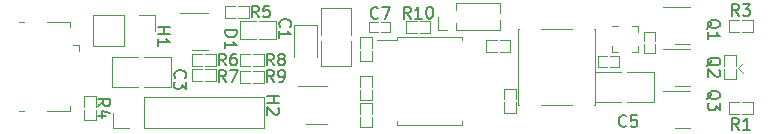
<source format=gbr>
%TF.GenerationSoftware,KiCad,Pcbnew,7.0.9*%
%TF.CreationDate,2023-12-22T19:30:16+01:00*%
%TF.ProjectId,Prj_4_Feranec_Controller,50726a5f-345f-4466-9572-616e65635f43,rev?*%
%TF.SameCoordinates,Original*%
%TF.FileFunction,Legend,Top*%
%TF.FilePolarity,Positive*%
%FSLAX46Y46*%
G04 Gerber Fmt 4.6, Leading zero omitted, Abs format (unit mm)*
G04 Created by KiCad (PCBNEW 7.0.9) date 2023-12-22 19:30:16*
%MOMM*%
%LPD*%
G01*
G04 APERTURE LIST*
%ADD10C,0.150000*%
%ADD11C,0.120000*%
%ADD12C,0.100000*%
G04 APERTURE END LIST*
D10*
X154900333Y-58366819D02*
X154567000Y-57890628D01*
X154328905Y-58366819D02*
X154328905Y-57366819D01*
X154328905Y-57366819D02*
X154709857Y-57366819D01*
X154709857Y-57366819D02*
X154805095Y-57414438D01*
X154805095Y-57414438D02*
X154852714Y-57462057D01*
X154852714Y-57462057D02*
X154900333Y-57557295D01*
X154900333Y-57557295D02*
X154900333Y-57700152D01*
X154900333Y-57700152D02*
X154852714Y-57795390D01*
X154852714Y-57795390D02*
X154805095Y-57843009D01*
X154805095Y-57843009D02*
X154709857Y-57890628D01*
X154709857Y-57890628D02*
X154328905Y-57890628D01*
X155805095Y-57366819D02*
X155328905Y-57366819D01*
X155328905Y-57366819D02*
X155281286Y-57843009D01*
X155281286Y-57843009D02*
X155328905Y-57795390D01*
X155328905Y-57795390D02*
X155424143Y-57747771D01*
X155424143Y-57747771D02*
X155662238Y-57747771D01*
X155662238Y-57747771D02*
X155757476Y-57795390D01*
X155757476Y-57795390D02*
X155805095Y-57843009D01*
X155805095Y-57843009D02*
X155852714Y-57938247D01*
X155852714Y-57938247D02*
X155852714Y-58176342D01*
X155852714Y-58176342D02*
X155805095Y-58271580D01*
X155805095Y-58271580D02*
X155757476Y-58319200D01*
X155757476Y-58319200D02*
X155662238Y-58366819D01*
X155662238Y-58366819D02*
X155424143Y-58366819D01*
X155424143Y-58366819D02*
X155328905Y-58319200D01*
X155328905Y-58319200D02*
X155281286Y-58271580D01*
X152106333Y-62430819D02*
X151773000Y-61954628D01*
X151534905Y-62430819D02*
X151534905Y-61430819D01*
X151534905Y-61430819D02*
X151915857Y-61430819D01*
X151915857Y-61430819D02*
X152011095Y-61478438D01*
X152011095Y-61478438D02*
X152058714Y-61526057D01*
X152058714Y-61526057D02*
X152106333Y-61621295D01*
X152106333Y-61621295D02*
X152106333Y-61764152D01*
X152106333Y-61764152D02*
X152058714Y-61859390D01*
X152058714Y-61859390D02*
X152011095Y-61907009D01*
X152011095Y-61907009D02*
X151915857Y-61954628D01*
X151915857Y-61954628D02*
X151534905Y-61954628D01*
X152963476Y-61430819D02*
X152773000Y-61430819D01*
X152773000Y-61430819D02*
X152677762Y-61478438D01*
X152677762Y-61478438D02*
X152630143Y-61526057D01*
X152630143Y-61526057D02*
X152534905Y-61668914D01*
X152534905Y-61668914D02*
X152487286Y-61859390D01*
X152487286Y-61859390D02*
X152487286Y-62240342D01*
X152487286Y-62240342D02*
X152534905Y-62335580D01*
X152534905Y-62335580D02*
X152582524Y-62383200D01*
X152582524Y-62383200D02*
X152677762Y-62430819D01*
X152677762Y-62430819D02*
X152868238Y-62430819D01*
X152868238Y-62430819D02*
X152963476Y-62383200D01*
X152963476Y-62383200D02*
X153011095Y-62335580D01*
X153011095Y-62335580D02*
X153058714Y-62240342D01*
X153058714Y-62240342D02*
X153058714Y-62002247D01*
X153058714Y-62002247D02*
X153011095Y-61907009D01*
X153011095Y-61907009D02*
X152963476Y-61859390D01*
X152963476Y-61859390D02*
X152868238Y-61811771D01*
X152868238Y-61811771D02*
X152677762Y-61811771D01*
X152677762Y-61811771D02*
X152582524Y-61859390D01*
X152582524Y-61859390D02*
X152534905Y-61907009D01*
X152534905Y-61907009D02*
X152487286Y-62002247D01*
X156739419Y-59142333D02*
X156691800Y-59094714D01*
X156691800Y-59094714D02*
X156644180Y-58951857D01*
X156644180Y-58951857D02*
X156644180Y-58856619D01*
X156644180Y-58856619D02*
X156691800Y-58713762D01*
X156691800Y-58713762D02*
X156787038Y-58618524D01*
X156787038Y-58618524D02*
X156882276Y-58570905D01*
X156882276Y-58570905D02*
X157072752Y-58523286D01*
X157072752Y-58523286D02*
X157215609Y-58523286D01*
X157215609Y-58523286D02*
X157406085Y-58570905D01*
X157406085Y-58570905D02*
X157501323Y-58618524D01*
X157501323Y-58618524D02*
X157596561Y-58713762D01*
X157596561Y-58713762D02*
X157644180Y-58856619D01*
X157644180Y-58856619D02*
X157644180Y-58951857D01*
X157644180Y-58951857D02*
X157596561Y-59094714D01*
X157596561Y-59094714D02*
X157548942Y-59142333D01*
X156644180Y-60094714D02*
X156644180Y-59523286D01*
X156644180Y-59809000D02*
X157644180Y-59809000D01*
X157644180Y-59809000D02*
X157501323Y-59713762D01*
X157501323Y-59713762D02*
X157406085Y-59618524D01*
X157406085Y-59618524D02*
X157358466Y-59523286D01*
X195540333Y-58239819D02*
X195207000Y-57763628D01*
X194968905Y-58239819D02*
X194968905Y-57239819D01*
X194968905Y-57239819D02*
X195349857Y-57239819D01*
X195349857Y-57239819D02*
X195445095Y-57287438D01*
X195445095Y-57287438D02*
X195492714Y-57335057D01*
X195492714Y-57335057D02*
X195540333Y-57430295D01*
X195540333Y-57430295D02*
X195540333Y-57573152D01*
X195540333Y-57573152D02*
X195492714Y-57668390D01*
X195492714Y-57668390D02*
X195445095Y-57716009D01*
X195445095Y-57716009D02*
X195349857Y-57763628D01*
X195349857Y-57763628D02*
X194968905Y-57763628D01*
X195873667Y-57239819D02*
X196492714Y-57239819D01*
X196492714Y-57239819D02*
X196159381Y-57620771D01*
X196159381Y-57620771D02*
X196302238Y-57620771D01*
X196302238Y-57620771D02*
X196397476Y-57668390D01*
X196397476Y-57668390D02*
X196445095Y-57716009D01*
X196445095Y-57716009D02*
X196492714Y-57811247D01*
X196492714Y-57811247D02*
X196492714Y-58049342D01*
X196492714Y-58049342D02*
X196445095Y-58144580D01*
X196445095Y-58144580D02*
X196397476Y-58192200D01*
X196397476Y-58192200D02*
X196302238Y-58239819D01*
X196302238Y-58239819D02*
X196016524Y-58239819D01*
X196016524Y-58239819D02*
X195921286Y-58192200D01*
X195921286Y-58192200D02*
X195873667Y-58144580D01*
X152106333Y-63827819D02*
X151773000Y-63351628D01*
X151534905Y-63827819D02*
X151534905Y-62827819D01*
X151534905Y-62827819D02*
X151915857Y-62827819D01*
X151915857Y-62827819D02*
X152011095Y-62875438D01*
X152011095Y-62875438D02*
X152058714Y-62923057D01*
X152058714Y-62923057D02*
X152106333Y-63018295D01*
X152106333Y-63018295D02*
X152106333Y-63161152D01*
X152106333Y-63161152D02*
X152058714Y-63256390D01*
X152058714Y-63256390D02*
X152011095Y-63304009D01*
X152011095Y-63304009D02*
X151915857Y-63351628D01*
X151915857Y-63351628D02*
X151534905Y-63351628D01*
X152439667Y-62827819D02*
X153106333Y-62827819D01*
X153106333Y-62827819D02*
X152677762Y-63827819D01*
X192870942Y-59310761D02*
X192918561Y-59215523D01*
X192918561Y-59215523D02*
X193013800Y-59120285D01*
X193013800Y-59120285D02*
X193156657Y-58977428D01*
X193156657Y-58977428D02*
X193204276Y-58882190D01*
X193204276Y-58882190D02*
X193204276Y-58786952D01*
X192966180Y-58834571D02*
X193013800Y-58739333D01*
X193013800Y-58739333D02*
X193109038Y-58644095D01*
X193109038Y-58644095D02*
X193299514Y-58596476D01*
X193299514Y-58596476D02*
X193632847Y-58596476D01*
X193632847Y-58596476D02*
X193823323Y-58644095D01*
X193823323Y-58644095D02*
X193918561Y-58739333D01*
X193918561Y-58739333D02*
X193966180Y-58834571D01*
X193966180Y-58834571D02*
X193966180Y-59025047D01*
X193966180Y-59025047D02*
X193918561Y-59120285D01*
X193918561Y-59120285D02*
X193823323Y-59215523D01*
X193823323Y-59215523D02*
X193632847Y-59263142D01*
X193632847Y-59263142D02*
X193299514Y-59263142D01*
X193299514Y-59263142D02*
X193109038Y-59215523D01*
X193109038Y-59215523D02*
X193013800Y-59120285D01*
X193013800Y-59120285D02*
X192966180Y-59025047D01*
X192966180Y-59025047D02*
X192966180Y-58834571D01*
X192966180Y-60215523D02*
X192966180Y-59644095D01*
X192966180Y-59929809D02*
X193966180Y-59929809D01*
X193966180Y-59929809D02*
X193823323Y-59834571D01*
X193823323Y-59834571D02*
X193728085Y-59739333D01*
X193728085Y-59739333D02*
X193680466Y-59644095D01*
X164982333Y-58394580D02*
X164934714Y-58442200D01*
X164934714Y-58442200D02*
X164791857Y-58489819D01*
X164791857Y-58489819D02*
X164696619Y-58489819D01*
X164696619Y-58489819D02*
X164553762Y-58442200D01*
X164553762Y-58442200D02*
X164458524Y-58346961D01*
X164458524Y-58346961D02*
X164410905Y-58251723D01*
X164410905Y-58251723D02*
X164363286Y-58061247D01*
X164363286Y-58061247D02*
X164363286Y-57918390D01*
X164363286Y-57918390D02*
X164410905Y-57727914D01*
X164410905Y-57727914D02*
X164458524Y-57632676D01*
X164458524Y-57632676D02*
X164553762Y-57537438D01*
X164553762Y-57537438D02*
X164696619Y-57489819D01*
X164696619Y-57489819D02*
X164791857Y-57489819D01*
X164791857Y-57489819D02*
X164934714Y-57537438D01*
X164934714Y-57537438D02*
X164982333Y-57585057D01*
X165315667Y-57489819D02*
X165982333Y-57489819D01*
X165982333Y-57489819D02*
X165553762Y-58489819D01*
X156170333Y-62430819D02*
X155837000Y-61954628D01*
X155598905Y-62430819D02*
X155598905Y-61430819D01*
X155598905Y-61430819D02*
X155979857Y-61430819D01*
X155979857Y-61430819D02*
X156075095Y-61478438D01*
X156075095Y-61478438D02*
X156122714Y-61526057D01*
X156122714Y-61526057D02*
X156170333Y-61621295D01*
X156170333Y-61621295D02*
X156170333Y-61764152D01*
X156170333Y-61764152D02*
X156122714Y-61859390D01*
X156122714Y-61859390D02*
X156075095Y-61907009D01*
X156075095Y-61907009D02*
X155979857Y-61954628D01*
X155979857Y-61954628D02*
X155598905Y-61954628D01*
X156741762Y-61859390D02*
X156646524Y-61811771D01*
X156646524Y-61811771D02*
X156598905Y-61764152D01*
X156598905Y-61764152D02*
X156551286Y-61668914D01*
X156551286Y-61668914D02*
X156551286Y-61621295D01*
X156551286Y-61621295D02*
X156598905Y-61526057D01*
X156598905Y-61526057D02*
X156646524Y-61478438D01*
X156646524Y-61478438D02*
X156741762Y-61430819D01*
X156741762Y-61430819D02*
X156932238Y-61430819D01*
X156932238Y-61430819D02*
X157027476Y-61478438D01*
X157027476Y-61478438D02*
X157075095Y-61526057D01*
X157075095Y-61526057D02*
X157122714Y-61621295D01*
X157122714Y-61621295D02*
X157122714Y-61668914D01*
X157122714Y-61668914D02*
X157075095Y-61764152D01*
X157075095Y-61764152D02*
X157027476Y-61811771D01*
X157027476Y-61811771D02*
X156932238Y-61859390D01*
X156932238Y-61859390D02*
X156741762Y-61859390D01*
X156741762Y-61859390D02*
X156646524Y-61907009D01*
X156646524Y-61907009D02*
X156598905Y-61954628D01*
X156598905Y-61954628D02*
X156551286Y-62049866D01*
X156551286Y-62049866D02*
X156551286Y-62240342D01*
X156551286Y-62240342D02*
X156598905Y-62335580D01*
X156598905Y-62335580D02*
X156646524Y-62383200D01*
X156646524Y-62383200D02*
X156741762Y-62430819D01*
X156741762Y-62430819D02*
X156932238Y-62430819D01*
X156932238Y-62430819D02*
X157027476Y-62383200D01*
X157027476Y-62383200D02*
X157075095Y-62335580D01*
X157075095Y-62335580D02*
X157122714Y-62240342D01*
X157122714Y-62240342D02*
X157122714Y-62049866D01*
X157122714Y-62049866D02*
X157075095Y-61954628D01*
X157075095Y-61954628D02*
X157027476Y-61907009D01*
X157027476Y-61907009D02*
X156932238Y-61859390D01*
X147849419Y-63460333D02*
X147801800Y-63412714D01*
X147801800Y-63412714D02*
X147754180Y-63269857D01*
X147754180Y-63269857D02*
X147754180Y-63174619D01*
X147754180Y-63174619D02*
X147801800Y-63031762D01*
X147801800Y-63031762D02*
X147897038Y-62936524D01*
X147897038Y-62936524D02*
X147992276Y-62888905D01*
X147992276Y-62888905D02*
X148182752Y-62841286D01*
X148182752Y-62841286D02*
X148325609Y-62841286D01*
X148325609Y-62841286D02*
X148516085Y-62888905D01*
X148516085Y-62888905D02*
X148611323Y-62936524D01*
X148611323Y-62936524D02*
X148706561Y-63031762D01*
X148706561Y-63031762D02*
X148754180Y-63174619D01*
X148754180Y-63174619D02*
X148754180Y-63269857D01*
X148754180Y-63269857D02*
X148706561Y-63412714D01*
X148706561Y-63412714D02*
X148658942Y-63460333D01*
X148754180Y-63793667D02*
X148754180Y-64412714D01*
X148754180Y-64412714D02*
X148373228Y-64079381D01*
X148373228Y-64079381D02*
X148373228Y-64222238D01*
X148373228Y-64222238D02*
X148325609Y-64317476D01*
X148325609Y-64317476D02*
X148277990Y-64365095D01*
X148277990Y-64365095D02*
X148182752Y-64412714D01*
X148182752Y-64412714D02*
X147944657Y-64412714D01*
X147944657Y-64412714D02*
X147849419Y-64365095D01*
X147849419Y-64365095D02*
X147801800Y-64317476D01*
X147801800Y-64317476D02*
X147754180Y-64222238D01*
X147754180Y-64222238D02*
X147754180Y-63936524D01*
X147754180Y-63936524D02*
X147801800Y-63841286D01*
X147801800Y-63841286D02*
X147849419Y-63793667D01*
X156170333Y-63827819D02*
X155837000Y-63351628D01*
X155598905Y-63827819D02*
X155598905Y-62827819D01*
X155598905Y-62827819D02*
X155979857Y-62827819D01*
X155979857Y-62827819D02*
X156075095Y-62875438D01*
X156075095Y-62875438D02*
X156122714Y-62923057D01*
X156122714Y-62923057D02*
X156170333Y-63018295D01*
X156170333Y-63018295D02*
X156170333Y-63161152D01*
X156170333Y-63161152D02*
X156122714Y-63256390D01*
X156122714Y-63256390D02*
X156075095Y-63304009D01*
X156075095Y-63304009D02*
X155979857Y-63351628D01*
X155979857Y-63351628D02*
X155598905Y-63351628D01*
X156646524Y-63827819D02*
X156837000Y-63827819D01*
X156837000Y-63827819D02*
X156932238Y-63780200D01*
X156932238Y-63780200D02*
X156979857Y-63732580D01*
X156979857Y-63732580D02*
X157075095Y-63589723D01*
X157075095Y-63589723D02*
X157122714Y-63399247D01*
X157122714Y-63399247D02*
X157122714Y-63018295D01*
X157122714Y-63018295D02*
X157075095Y-62923057D01*
X157075095Y-62923057D02*
X157027476Y-62875438D01*
X157027476Y-62875438D02*
X156932238Y-62827819D01*
X156932238Y-62827819D02*
X156741762Y-62827819D01*
X156741762Y-62827819D02*
X156646524Y-62875438D01*
X156646524Y-62875438D02*
X156598905Y-62923057D01*
X156598905Y-62923057D02*
X156551286Y-63018295D01*
X156551286Y-63018295D02*
X156551286Y-63256390D01*
X156551286Y-63256390D02*
X156598905Y-63351628D01*
X156598905Y-63351628D02*
X156646524Y-63399247D01*
X156646524Y-63399247D02*
X156741762Y-63446866D01*
X156741762Y-63446866D02*
X156932238Y-63446866D01*
X156932238Y-63446866D02*
X157027476Y-63399247D01*
X157027476Y-63399247D02*
X157075095Y-63351628D01*
X157075095Y-63351628D02*
X157122714Y-63256390D01*
X167759142Y-58463819D02*
X167425809Y-57987628D01*
X167187714Y-58463819D02*
X167187714Y-57463819D01*
X167187714Y-57463819D02*
X167568666Y-57463819D01*
X167568666Y-57463819D02*
X167663904Y-57511438D01*
X167663904Y-57511438D02*
X167711523Y-57559057D01*
X167711523Y-57559057D02*
X167759142Y-57654295D01*
X167759142Y-57654295D02*
X167759142Y-57797152D01*
X167759142Y-57797152D02*
X167711523Y-57892390D01*
X167711523Y-57892390D02*
X167663904Y-57940009D01*
X167663904Y-57940009D02*
X167568666Y-57987628D01*
X167568666Y-57987628D02*
X167187714Y-57987628D01*
X168711523Y-58463819D02*
X168140095Y-58463819D01*
X168425809Y-58463819D02*
X168425809Y-57463819D01*
X168425809Y-57463819D02*
X168330571Y-57606676D01*
X168330571Y-57606676D02*
X168235333Y-57701914D01*
X168235333Y-57701914D02*
X168140095Y-57749533D01*
X169330571Y-57463819D02*
X169425809Y-57463819D01*
X169425809Y-57463819D02*
X169521047Y-57511438D01*
X169521047Y-57511438D02*
X169568666Y-57559057D01*
X169568666Y-57559057D02*
X169616285Y-57654295D01*
X169616285Y-57654295D02*
X169663904Y-57844771D01*
X169663904Y-57844771D02*
X169663904Y-58082866D01*
X169663904Y-58082866D02*
X169616285Y-58273342D01*
X169616285Y-58273342D02*
X169568666Y-58368580D01*
X169568666Y-58368580D02*
X169521047Y-58416200D01*
X169521047Y-58416200D02*
X169425809Y-58463819D01*
X169425809Y-58463819D02*
X169330571Y-58463819D01*
X169330571Y-58463819D02*
X169235333Y-58416200D01*
X169235333Y-58416200D02*
X169187714Y-58368580D01*
X169187714Y-58368580D02*
X169140095Y-58273342D01*
X169140095Y-58273342D02*
X169092476Y-58082866D01*
X169092476Y-58082866D02*
X169092476Y-57844771D01*
X169092476Y-57844771D02*
X169140095Y-57654295D01*
X169140095Y-57654295D02*
X169187714Y-57559057D01*
X169187714Y-57559057D02*
X169235333Y-57511438D01*
X169235333Y-57511438D02*
X169330571Y-57463819D01*
X155628180Y-65024095D02*
X156628180Y-65024095D01*
X156151990Y-65024095D02*
X156151990Y-65595523D01*
X155628180Y-65595523D02*
X156628180Y-65595523D01*
X156532942Y-66024095D02*
X156580561Y-66071714D01*
X156580561Y-66071714D02*
X156628180Y-66166952D01*
X156628180Y-66166952D02*
X156628180Y-66405047D01*
X156628180Y-66405047D02*
X156580561Y-66500285D01*
X156580561Y-66500285D02*
X156532942Y-66547904D01*
X156532942Y-66547904D02*
X156437704Y-66595523D01*
X156437704Y-66595523D02*
X156342466Y-66595523D01*
X156342466Y-66595523D02*
X156199609Y-66547904D01*
X156199609Y-66547904D02*
X155628180Y-65976476D01*
X155628180Y-65976476D02*
X155628180Y-66595523D01*
X192870942Y-65309761D02*
X192918561Y-65214523D01*
X192918561Y-65214523D02*
X193013800Y-65119285D01*
X193013800Y-65119285D02*
X193156657Y-64976428D01*
X193156657Y-64976428D02*
X193204276Y-64881190D01*
X193204276Y-64881190D02*
X193204276Y-64785952D01*
X192966180Y-64833571D02*
X193013800Y-64738333D01*
X193013800Y-64738333D02*
X193109038Y-64643095D01*
X193109038Y-64643095D02*
X193299514Y-64595476D01*
X193299514Y-64595476D02*
X193632847Y-64595476D01*
X193632847Y-64595476D02*
X193823323Y-64643095D01*
X193823323Y-64643095D02*
X193918561Y-64738333D01*
X193918561Y-64738333D02*
X193966180Y-64833571D01*
X193966180Y-64833571D02*
X193966180Y-65024047D01*
X193966180Y-65024047D02*
X193918561Y-65119285D01*
X193918561Y-65119285D02*
X193823323Y-65214523D01*
X193823323Y-65214523D02*
X193632847Y-65262142D01*
X193632847Y-65262142D02*
X193299514Y-65262142D01*
X193299514Y-65262142D02*
X193109038Y-65214523D01*
X193109038Y-65214523D02*
X193013800Y-65119285D01*
X193013800Y-65119285D02*
X192966180Y-65024047D01*
X192966180Y-65024047D02*
X192966180Y-64833571D01*
X193966180Y-65595476D02*
X193966180Y-66214523D01*
X193966180Y-66214523D02*
X193585228Y-65881190D01*
X193585228Y-65881190D02*
X193585228Y-66024047D01*
X193585228Y-66024047D02*
X193537609Y-66119285D01*
X193537609Y-66119285D02*
X193489990Y-66166904D01*
X193489990Y-66166904D02*
X193394752Y-66214523D01*
X193394752Y-66214523D02*
X193156657Y-66214523D01*
X193156657Y-66214523D02*
X193061419Y-66166904D01*
X193061419Y-66166904D02*
X193013800Y-66119285D01*
X193013800Y-66119285D02*
X192966180Y-66024047D01*
X192966180Y-66024047D02*
X192966180Y-65738333D01*
X192966180Y-65738333D02*
X193013800Y-65643095D01*
X193013800Y-65643095D02*
X193061419Y-65595476D01*
X195540333Y-67891819D02*
X195207000Y-67415628D01*
X194968905Y-67891819D02*
X194968905Y-66891819D01*
X194968905Y-66891819D02*
X195349857Y-66891819D01*
X195349857Y-66891819D02*
X195445095Y-66939438D01*
X195445095Y-66939438D02*
X195492714Y-66987057D01*
X195492714Y-66987057D02*
X195540333Y-67082295D01*
X195540333Y-67082295D02*
X195540333Y-67225152D01*
X195540333Y-67225152D02*
X195492714Y-67320390D01*
X195492714Y-67320390D02*
X195445095Y-67368009D01*
X195445095Y-67368009D02*
X195349857Y-67415628D01*
X195349857Y-67415628D02*
X194968905Y-67415628D01*
X196492714Y-67891819D02*
X195921286Y-67891819D01*
X196207000Y-67891819D02*
X196207000Y-66891819D01*
X196207000Y-66891819D02*
X196111762Y-67034676D01*
X196111762Y-67034676D02*
X196016524Y-67129914D01*
X196016524Y-67129914D02*
X195921286Y-67177533D01*
X141277180Y-65873333D02*
X141753371Y-65540000D01*
X141277180Y-65301905D02*
X142277180Y-65301905D01*
X142277180Y-65301905D02*
X142277180Y-65682857D01*
X142277180Y-65682857D02*
X142229561Y-65778095D01*
X142229561Y-65778095D02*
X142181942Y-65825714D01*
X142181942Y-65825714D02*
X142086704Y-65873333D01*
X142086704Y-65873333D02*
X141943847Y-65873333D01*
X141943847Y-65873333D02*
X141848609Y-65825714D01*
X141848609Y-65825714D02*
X141800990Y-65778095D01*
X141800990Y-65778095D02*
X141753371Y-65682857D01*
X141753371Y-65682857D02*
X141753371Y-65301905D01*
X141943847Y-66730476D02*
X141277180Y-66730476D01*
X142324800Y-66492381D02*
X141610514Y-66254286D01*
X141610514Y-66254286D02*
X141610514Y-66873333D01*
X152045180Y-59459905D02*
X153045180Y-59459905D01*
X153045180Y-59459905D02*
X153045180Y-59698000D01*
X153045180Y-59698000D02*
X152997561Y-59840857D01*
X152997561Y-59840857D02*
X152902323Y-59936095D01*
X152902323Y-59936095D02*
X152807085Y-59983714D01*
X152807085Y-59983714D02*
X152616609Y-60031333D01*
X152616609Y-60031333D02*
X152473752Y-60031333D01*
X152473752Y-60031333D02*
X152283276Y-59983714D01*
X152283276Y-59983714D02*
X152188038Y-59936095D01*
X152188038Y-59936095D02*
X152092800Y-59840857D01*
X152092800Y-59840857D02*
X152045180Y-59698000D01*
X152045180Y-59698000D02*
X152045180Y-59459905D01*
X152045180Y-60983714D02*
X152045180Y-60412286D01*
X152045180Y-60698000D02*
X153045180Y-60698000D01*
X153045180Y-60698000D02*
X152902323Y-60602762D01*
X152902323Y-60602762D02*
X152807085Y-60507524D01*
X152807085Y-60507524D02*
X152759466Y-60412286D01*
X146357180Y-59182095D02*
X147357180Y-59182095D01*
X146880990Y-59182095D02*
X146880990Y-59753523D01*
X146357180Y-59753523D02*
X147357180Y-59753523D01*
X146357180Y-60753523D02*
X146357180Y-60182095D01*
X146357180Y-60467809D02*
X147357180Y-60467809D01*
X147357180Y-60467809D02*
X147214323Y-60372571D01*
X147214323Y-60372571D02*
X147119085Y-60277333D01*
X147119085Y-60277333D02*
X147071466Y-60182095D01*
X186015333Y-67542580D02*
X185967714Y-67590200D01*
X185967714Y-67590200D02*
X185824857Y-67637819D01*
X185824857Y-67637819D02*
X185729619Y-67637819D01*
X185729619Y-67637819D02*
X185586762Y-67590200D01*
X185586762Y-67590200D02*
X185491524Y-67494961D01*
X185491524Y-67494961D02*
X185443905Y-67399723D01*
X185443905Y-67399723D02*
X185396286Y-67209247D01*
X185396286Y-67209247D02*
X185396286Y-67066390D01*
X185396286Y-67066390D02*
X185443905Y-66875914D01*
X185443905Y-66875914D02*
X185491524Y-66780676D01*
X185491524Y-66780676D02*
X185586762Y-66685438D01*
X185586762Y-66685438D02*
X185729619Y-66637819D01*
X185729619Y-66637819D02*
X185824857Y-66637819D01*
X185824857Y-66637819D02*
X185967714Y-66685438D01*
X185967714Y-66685438D02*
X186015333Y-66733057D01*
X186920095Y-66637819D02*
X186443905Y-66637819D01*
X186443905Y-66637819D02*
X186396286Y-67114009D01*
X186396286Y-67114009D02*
X186443905Y-67066390D01*
X186443905Y-67066390D02*
X186539143Y-67018771D01*
X186539143Y-67018771D02*
X186777238Y-67018771D01*
X186777238Y-67018771D02*
X186872476Y-67066390D01*
X186872476Y-67066390D02*
X186920095Y-67114009D01*
X186920095Y-67114009D02*
X186967714Y-67209247D01*
X186967714Y-67209247D02*
X186967714Y-67447342D01*
X186967714Y-67447342D02*
X186920095Y-67542580D01*
X186920095Y-67542580D02*
X186872476Y-67590200D01*
X186872476Y-67590200D02*
X186777238Y-67637819D01*
X186777238Y-67637819D02*
X186539143Y-67637819D01*
X186539143Y-67637819D02*
X186443905Y-67590200D01*
X186443905Y-67590200D02*
X186396286Y-67542580D01*
X192870942Y-62485761D02*
X192918561Y-62390523D01*
X192918561Y-62390523D02*
X193013800Y-62295285D01*
X193013800Y-62295285D02*
X193156657Y-62152428D01*
X193156657Y-62152428D02*
X193204276Y-62057190D01*
X193204276Y-62057190D02*
X193204276Y-61961952D01*
X192966180Y-62009571D02*
X193013800Y-61914333D01*
X193013800Y-61914333D02*
X193109038Y-61819095D01*
X193109038Y-61819095D02*
X193299514Y-61771476D01*
X193299514Y-61771476D02*
X193632847Y-61771476D01*
X193632847Y-61771476D02*
X193823323Y-61819095D01*
X193823323Y-61819095D02*
X193918561Y-61914333D01*
X193918561Y-61914333D02*
X193966180Y-62009571D01*
X193966180Y-62009571D02*
X193966180Y-62200047D01*
X193966180Y-62200047D02*
X193918561Y-62295285D01*
X193918561Y-62295285D02*
X193823323Y-62390523D01*
X193823323Y-62390523D02*
X193632847Y-62438142D01*
X193632847Y-62438142D02*
X193299514Y-62438142D01*
X193299514Y-62438142D02*
X193109038Y-62390523D01*
X193109038Y-62390523D02*
X193013800Y-62295285D01*
X193013800Y-62295285D02*
X192966180Y-62200047D01*
X192966180Y-62200047D02*
X192966180Y-62009571D01*
X193870942Y-62819095D02*
X193918561Y-62866714D01*
X193918561Y-62866714D02*
X193966180Y-62961952D01*
X193966180Y-62961952D02*
X193966180Y-63200047D01*
X193966180Y-63200047D02*
X193918561Y-63295285D01*
X193918561Y-63295285D02*
X193870942Y-63342904D01*
X193870942Y-63342904D02*
X193775704Y-63390523D01*
X193775704Y-63390523D02*
X193680466Y-63390523D01*
X193680466Y-63390523D02*
X193537609Y-63342904D01*
X193537609Y-63342904D02*
X192966180Y-62771476D01*
X192966180Y-62771476D02*
X192966180Y-63390523D01*
D11*
%TO.C,USB1*%
X138960000Y-58740000D02*
X138960000Y-59160000D01*
X136980000Y-58740000D02*
X138960000Y-58740000D01*
X134610000Y-58740000D02*
X135010000Y-58740000D01*
X139190000Y-60740000D02*
X139640000Y-60740000D01*
X139640000Y-61190000D02*
X139640000Y-60740000D01*
X138960000Y-66260000D02*
X138960000Y-65840000D01*
X136980000Y-66260000D02*
X138960000Y-66260000D01*
X135010000Y-66260000D02*
X134610000Y-66260000D01*
%TO.C,R5*%
X152019000Y-57404000D02*
X152908000Y-57404000D01*
X152019000Y-58420000D02*
X152019000Y-57404000D01*
X152908000Y-58420000D02*
X152019000Y-58420000D01*
X153162000Y-57404000D02*
X154051000Y-57404000D01*
X154051000Y-57404000D02*
X154051000Y-58420000D01*
X154051000Y-58420000D02*
X153162000Y-58420000D01*
%TO.C,R6*%
X149225000Y-61468000D02*
X150114000Y-61468000D01*
X149225000Y-62484000D02*
X149225000Y-61468000D01*
X150114000Y-62484000D02*
X149225000Y-62484000D01*
X150368000Y-61468000D02*
X151257000Y-61468000D01*
X151257000Y-61468000D02*
X151257000Y-62484000D01*
X151257000Y-62484000D02*
X150368000Y-62484000D01*
%TO.C,U2*%
X187027500Y-60781500D02*
X187027500Y-61281500D01*
X185327500Y-59081500D02*
X184827500Y-59081500D01*
X186527500Y-59081500D02*
X187027500Y-59081500D01*
X187027500Y-61281500D02*
X186527500Y-61281500D01*
X187027500Y-59081500D02*
X187027500Y-59581500D01*
X185327500Y-61281500D02*
X184827500Y-61281500D01*
X184827500Y-61281500D02*
X184827500Y-60781500D01*
X184827500Y-59081500D02*
X184827500Y-59081500D01*
X186527500Y-61281500D02*
X186527500Y-61281500D01*
X187027500Y-59581500D02*
X187027500Y-59581500D01*
X184827500Y-60781500D02*
X184827500Y-60781500D01*
%TO.C,H3*%
X170057000Y-59403000D02*
X170057000Y-58293000D01*
X170817000Y-59403000D02*
X170057000Y-59403000D01*
X171577000Y-57183000D02*
X175322000Y-57183000D01*
X171577000Y-57729529D02*
X171577000Y-57183000D01*
X171577000Y-59403000D02*
X171577000Y-58856471D01*
X171577000Y-59403000D02*
X175322000Y-59403000D01*
X175322000Y-57985470D02*
X175322000Y-57183000D01*
X175322000Y-59403000D02*
X175322000Y-58600530D01*
%TO.C,C1*%
X153289000Y-58674000D02*
X153289000Y-60198000D01*
X153289000Y-60198000D02*
X154686000Y-60198000D01*
X154686000Y-58674000D02*
X153289000Y-58674000D01*
X154940000Y-60198000D02*
X156210000Y-60198000D01*
X156210000Y-60198000D02*
X156337000Y-60198000D01*
X156337000Y-58674000D02*
X154940000Y-58674000D01*
X156337000Y-60198000D02*
X156337000Y-58674000D01*
%TO.C,R3*%
X196723000Y-59563000D02*
X195834000Y-59563000D01*
X196723000Y-58547000D02*
X196723000Y-59563000D01*
X195834000Y-58547000D02*
X196723000Y-58547000D01*
X195580000Y-59563000D02*
X194691000Y-59563000D01*
X194691000Y-59563000D02*
X194691000Y-58547000D01*
X194691000Y-58547000D02*
X195580000Y-58547000D01*
%TO.C,R7*%
X149225000Y-62738000D02*
X150114000Y-62738000D01*
X149225000Y-63754000D02*
X149225000Y-62738000D01*
X150114000Y-63754000D02*
X149225000Y-63754000D01*
X150368000Y-62738000D02*
X151257000Y-62738000D01*
X151257000Y-62738000D02*
X151257000Y-63754000D01*
X151257000Y-63754000D02*
X150368000Y-63754000D01*
D12*
%TO.C,LED2*%
X195512274Y-62625000D02*
X195918860Y-63031586D01*
X195918860Y-62218414D02*
X195512274Y-62625000D01*
D11*
%TO.C,Q1*%
X190802500Y-57526000D02*
X189127500Y-57526000D01*
X190802500Y-57526000D02*
X191452500Y-57526000D01*
X190802500Y-60646000D02*
X190152500Y-60646000D01*
X190802500Y-60646000D02*
X191452500Y-60646000D01*
%TO.C,R2*%
X195326000Y-61565000D02*
X195326000Y-62454000D01*
X194310000Y-61565000D02*
X195326000Y-61565000D01*
X194310000Y-62454000D02*
X194310000Y-61565000D01*
X195326000Y-62708000D02*
X195326000Y-63597000D01*
X195326000Y-63597000D02*
X194310000Y-63597000D01*
X194310000Y-63597000D02*
X194310000Y-62708000D01*
%TO.C,LED1*%
X157917000Y-59021000D02*
X157917000Y-61706000D01*
X159837000Y-59021000D02*
X157917000Y-59021000D01*
X159837000Y-61706000D02*
X159837000Y-59021000D01*
%TO.C,U1*%
X166602000Y-60293000D02*
X164912000Y-60293000D01*
X172122000Y-67438000D02*
X172122000Y-67163000D01*
X169362000Y-60018000D02*
X172122000Y-60018000D01*
X166602000Y-60018000D02*
X166602000Y-60293000D01*
X172122000Y-60018000D02*
X172122000Y-60293000D01*
X169362000Y-67438000D02*
X172122000Y-67438000D01*
X169362000Y-67438000D02*
X166602000Y-67438000D01*
X169362000Y-60018000D02*
X166602000Y-60018000D01*
X166602000Y-67438000D02*
X166602000Y-67163000D01*
%TO.C,C7*%
X164260000Y-58722000D02*
X164260000Y-59611000D01*
X164260000Y-59611000D02*
X165022000Y-59611000D01*
X165022000Y-58722000D02*
X164260000Y-58722000D01*
X165276000Y-59611000D02*
X166038000Y-59611000D01*
X166038000Y-58722000D02*
X165276000Y-58722000D01*
X166038000Y-59611000D02*
X166038000Y-58722000D01*
%TO.C,SW1*%
X176877000Y-65802000D02*
X176877000Y-59342000D01*
X176907000Y-65802000D02*
X176877000Y-65802000D01*
X178807000Y-65802000D02*
X181407000Y-65802000D01*
X183337000Y-65802000D02*
X183307000Y-65802000D01*
X183337000Y-65802000D02*
X183337000Y-59342000D01*
X176877000Y-59342000D02*
X176907000Y-59342000D01*
X178807000Y-59342000D02*
X181407000Y-59342000D01*
X183337000Y-59342000D02*
X183307000Y-59342000D01*
%TO.C,R8*%
X153289000Y-61468000D02*
X154178000Y-61468000D01*
X153289000Y-62484000D02*
X153289000Y-61468000D01*
X154178000Y-62484000D02*
X153289000Y-62484000D01*
X154432000Y-61468000D02*
X155321000Y-61468000D01*
X155321000Y-61468000D02*
X155321000Y-62484000D01*
X155321000Y-62484000D02*
X154432000Y-62484000D01*
%TO.C,R13*%
X164465000Y-63343000D02*
X164465000Y-64232000D01*
X163449000Y-63343000D02*
X164465000Y-63343000D01*
X163449000Y-64232000D02*
X163449000Y-63343000D01*
X164465000Y-64486000D02*
X164465000Y-65375000D01*
X164465000Y-65375000D02*
X163449000Y-65375000D01*
X163449000Y-65375000D02*
X163449000Y-64486000D01*
%TO.C,C3*%
X142494000Y-64262000D02*
X142494000Y-61722000D01*
X142494000Y-64262000D02*
X144653000Y-64262000D01*
X144653000Y-61722000D02*
X142494000Y-61722000D01*
X145161000Y-61722000D02*
X147447000Y-61722000D01*
X147447000Y-61722000D02*
X147447000Y-64262000D01*
X147447000Y-64262000D02*
X145161000Y-64262000D01*
%TO.C,R9*%
X153289000Y-62865000D02*
X154178000Y-62865000D01*
X153289000Y-63881000D02*
X153289000Y-62865000D01*
X154178000Y-63881000D02*
X153289000Y-63881000D01*
X154432000Y-62865000D02*
X155321000Y-62865000D01*
X155321000Y-62865000D02*
X155321000Y-63881000D01*
X155321000Y-63881000D02*
X154432000Y-63881000D01*
%TO.C,R10*%
X167386000Y-58644000D02*
X168275000Y-58644000D01*
X167386000Y-59660000D02*
X167386000Y-58644000D01*
X168275000Y-59660000D02*
X167386000Y-59660000D01*
X168529000Y-58644000D02*
X169418000Y-58644000D01*
X169418000Y-58644000D02*
X169418000Y-59660000D01*
X169418000Y-59660000D02*
X168529000Y-59660000D01*
%TO.C,H2*%
X142561000Y-67751000D02*
X142561000Y-66421000D01*
X143891000Y-67751000D02*
X142561000Y-67751000D01*
X145161000Y-65091000D02*
X155381000Y-65091000D01*
X145161000Y-67751000D02*
X145161000Y-65091000D01*
X145161000Y-67751000D02*
X155381000Y-67751000D01*
X155381000Y-67751000D02*
X155381000Y-65091000D01*
%TO.C,C6*%
X183635000Y-61643000D02*
X183635000Y-62532000D01*
X183635000Y-62532000D02*
X184397000Y-62532000D01*
X184397000Y-61643000D02*
X183635000Y-61643000D01*
X184651000Y-62532000D02*
X185413000Y-62532000D01*
X185413000Y-61643000D02*
X184651000Y-61643000D01*
X185413000Y-62532000D02*
X185413000Y-61643000D01*
%TO.C,Q3*%
X190802500Y-64638000D02*
X189127500Y-64638000D01*
X190802500Y-64638000D02*
X191452500Y-64638000D01*
X190802500Y-67758000D02*
X190152500Y-67758000D01*
X190802500Y-67758000D02*
X191452500Y-67758000D01*
%TO.C,U3*%
X160666000Y-64176000D02*
X158216000Y-64176000D01*
X158866000Y-67396000D02*
X160666000Y-67396000D01*
%TO.C,R1*%
X196723000Y-66548000D02*
X195834000Y-66548000D01*
X196723000Y-65532000D02*
X196723000Y-66548000D01*
X195834000Y-65532000D02*
X196723000Y-65532000D01*
X195580000Y-66548000D02*
X194691000Y-66548000D01*
X194691000Y-66548000D02*
X194691000Y-65532000D01*
X194691000Y-65532000D02*
X195580000Y-65532000D01*
%TO.C,R14*%
X164465000Y-60041000D02*
X164465000Y-60930000D01*
X163449000Y-60041000D02*
X164465000Y-60041000D01*
X163449000Y-60930000D02*
X163449000Y-60041000D01*
X164465000Y-61184000D02*
X164465000Y-62073000D01*
X164465000Y-62073000D02*
X163449000Y-62073000D01*
X163449000Y-62073000D02*
X163449000Y-61184000D01*
%TO.C,R12*%
X176174400Y-61315600D02*
X175285400Y-61315600D01*
X176174400Y-60299600D02*
X176174400Y-61315600D01*
X175285400Y-60299600D02*
X176174400Y-60299600D01*
X175031400Y-61315600D02*
X174142400Y-61315600D01*
X174142400Y-61315600D02*
X174142400Y-60299600D01*
X174142400Y-60299600D02*
X175031400Y-60299600D01*
%TO.C,R11*%
X176657000Y-64414400D02*
X176657000Y-65303400D01*
X175641000Y-64414400D02*
X176657000Y-64414400D01*
X175641000Y-65303400D02*
X175641000Y-64414400D01*
X176657000Y-65557400D02*
X176657000Y-66446400D01*
X176657000Y-66446400D02*
X175641000Y-66446400D01*
X175641000Y-66446400D02*
X175641000Y-65557400D01*
%TO.C,R4*%
X141097000Y-65024000D02*
X141097000Y-65913000D01*
X140081000Y-65024000D02*
X141097000Y-65024000D01*
X140081000Y-65913000D02*
X140081000Y-65024000D01*
X141097000Y-66167000D02*
X141097000Y-67056000D01*
X141097000Y-67056000D02*
X140081000Y-67056000D01*
X140081000Y-67056000D02*
X140081000Y-66167000D01*
%TO.C,D1*%
X149937500Y-57990000D02*
X148262500Y-57990000D01*
X149937500Y-57990000D02*
X150587500Y-57990000D01*
X149937500Y-61110000D02*
X149287500Y-61110000D01*
X149937500Y-61110000D02*
X150587500Y-61110000D01*
%TO.C,C2*%
X162687000Y-62484000D02*
X160147000Y-62484000D01*
X162687000Y-62484000D02*
X162687000Y-60325000D01*
X160147000Y-60325000D02*
X160147000Y-62484000D01*
X160147000Y-59817000D02*
X160147000Y-57531000D01*
X160147000Y-57531000D02*
X162687000Y-57531000D01*
X162687000Y-57531000D02*
X162687000Y-59817000D01*
%TO.C,C4*%
X188420000Y-59612000D02*
X187531000Y-59612000D01*
X187531000Y-59612000D02*
X187531000Y-60374000D01*
X188420000Y-60374000D02*
X188420000Y-59612000D01*
X187531000Y-60628000D02*
X187531000Y-61390000D01*
X188420000Y-61390000D02*
X188420000Y-60628000D01*
X187531000Y-61390000D02*
X188420000Y-61390000D01*
%TO.C,H1*%
X146100000Y-58170000D02*
X146100000Y-59500000D01*
X144770000Y-58170000D02*
X146100000Y-58170000D01*
X143500000Y-60830000D02*
X140900000Y-60830000D01*
X143500000Y-58170000D02*
X143500000Y-60830000D01*
X143500000Y-58170000D02*
X140900000Y-58170000D01*
X140900000Y-58170000D02*
X140900000Y-60830000D01*
%TO.C,C5*%
X183388000Y-65532000D02*
X183388000Y-62992000D01*
X183388000Y-65532000D02*
X185547000Y-65532000D01*
X185547000Y-62992000D02*
X183388000Y-62992000D01*
X186055000Y-62992000D02*
X188341000Y-62992000D01*
X188341000Y-62992000D02*
X188341000Y-65532000D01*
X188341000Y-65532000D02*
X186055000Y-65532000D01*
%TO.C,Q2*%
X190802500Y-61082000D02*
X189127500Y-61082000D01*
X190802500Y-61082000D02*
X191452500Y-61082000D01*
X190802500Y-64202000D02*
X190152500Y-64202000D01*
X190802500Y-64202000D02*
X191452500Y-64202000D01*
%TO.C,R15*%
X163449000Y-67661000D02*
X163449000Y-66772000D01*
X164465000Y-67661000D02*
X163449000Y-67661000D01*
X164465000Y-66772000D02*
X164465000Y-67661000D01*
X163449000Y-66518000D02*
X163449000Y-65629000D01*
X163449000Y-65629000D02*
X164465000Y-65629000D01*
X164465000Y-65629000D02*
X164465000Y-66518000D01*
%TD*%
M02*

</source>
